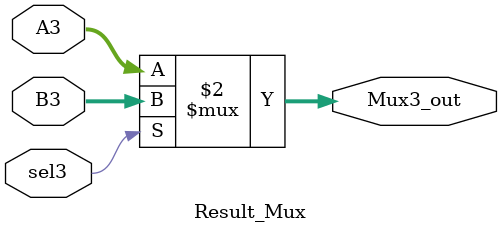
<source format=v>
`timescale 1ns / 1ps


module Result_Mux(sel3, A3, B3, Mux3_out);
    input sel3;
    input [31:0] A3, B3;
    output [31:0] Mux3_out;

    assign Mux3_out = (sel3 == 1'b0) ? A3 : B3;
endmodule

</source>
